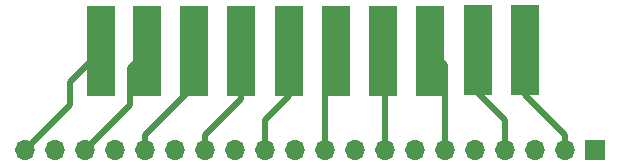
<source format=gbr>
G04 #@! TF.FileFunction,Copper,L2,Bot,Signal*
%FSLAX46Y46*%
G04 Gerber Fmt 4.6, Leading zero omitted, Abs format (unit mm)*
G04 Created by KiCad (PCBNEW 4.0.4-stable) date 05/15/17 15:10:48*
%MOMM*%
%LPD*%
G01*
G04 APERTURE LIST*
%ADD10C,0.100000*%
%ADD11R,1.700000X1.700000*%
%ADD12O,1.700000X1.700000*%
%ADD13R,2.450000X7.700000*%
%ADD14C,0.500000*%
%ADD15C,0.250000*%
G04 APERTURE END LIST*
D10*
D11*
X172720000Y-97790000D03*
D12*
X170180000Y-97790000D03*
X167640000Y-97790000D03*
X165100000Y-97790000D03*
X162560000Y-97790000D03*
X160020000Y-97790000D03*
X157480000Y-97790000D03*
X154940000Y-97790000D03*
X152400000Y-97790000D03*
X149860000Y-97790000D03*
X147320000Y-97790000D03*
X144780000Y-97790000D03*
X142240000Y-97790000D03*
X139700000Y-97790000D03*
X137160000Y-97790000D03*
X134620000Y-97790000D03*
X132080000Y-97790000D03*
X129540000Y-97790000D03*
X127000000Y-97790000D03*
X124460000Y-97790000D03*
D13*
X166790000Y-89280000D03*
X162790000Y-89280000D03*
X158790000Y-89380000D03*
X154790000Y-89380000D03*
X150790000Y-89380000D03*
X146790000Y-89380000D03*
X142790000Y-89380000D03*
X138790000Y-89380000D03*
X134790000Y-89380000D03*
X130890000Y-89380000D03*
D14*
X170180000Y-97790000D02*
X170180000Y-96520000D01*
X170180000Y-96520000D02*
X166790000Y-93130000D01*
X166790000Y-93130000D02*
X166790000Y-89280000D01*
X165100000Y-97790000D02*
X165100000Y-95250000D01*
X165100000Y-95250000D02*
X162790000Y-92940000D01*
X162790000Y-92940000D02*
X162790000Y-89280000D01*
X160020000Y-97790000D02*
X160020000Y-90610000D01*
X160020000Y-90610000D02*
X158790000Y-89380000D01*
X154940000Y-97790000D02*
X154940000Y-89530000D01*
X154940000Y-89530000D02*
X154790000Y-89380000D01*
X149860000Y-97790000D02*
X149860000Y-90310000D01*
X149860000Y-90310000D02*
X150790000Y-89380000D01*
X144780000Y-97790000D02*
X144780000Y-95250000D01*
X146790000Y-93240000D02*
X146790000Y-89380000D01*
X144780000Y-95250000D02*
X146790000Y-93240000D01*
X139700000Y-97790000D02*
X139700000Y-96520000D01*
X142790000Y-93430000D02*
X142790000Y-89380000D01*
X139700000Y-96520000D02*
X142790000Y-93430000D01*
X134620000Y-97790000D02*
X134620000Y-96520000D01*
X134620000Y-96520000D02*
X138790000Y-92350000D01*
X138790000Y-92350000D02*
X138790000Y-89380000D01*
D15*
X138790000Y-92350000D02*
X138790000Y-89380000D01*
D14*
X129540000Y-97790000D02*
X133350000Y-93980000D01*
X133350000Y-90820000D02*
X134790000Y-89380000D01*
X133350000Y-93980000D02*
X133350000Y-90820000D01*
X124460000Y-97790000D02*
X128270000Y-93980000D01*
X128270000Y-92000000D02*
X130890000Y-89380000D01*
X128270000Y-93980000D02*
X128270000Y-92000000D01*
M02*

</source>
